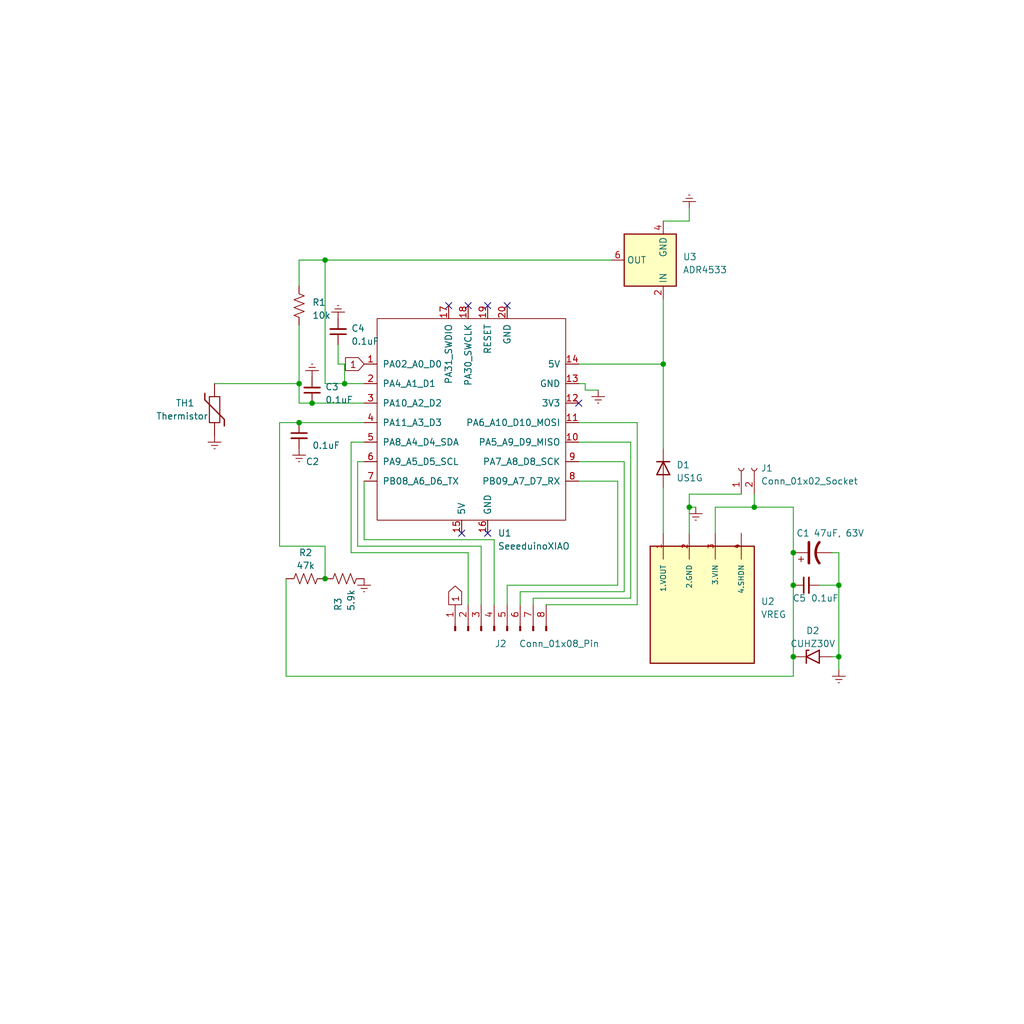
<source format=kicad_sch>
(kicad_sch (version 20230121) (generator eeschema)
  (paper "User" 200 200)
  (title_block (title "BumpyBot Battery Monitor") (date "2023-08-03") (rev "2") (company "HCRL, UT Austin") (comment 1 "By Jacob Tomczeszyn"))
  (lib_symbols
    (symbol "Connector:Conn_01x02_Socket" (pin_names (offset 1.016) hide)
      (property "Reference" "J" (at 0 2.54 0))
      (property "Value" "Conn_01x02_Socket" (at 0 -5.08 0))
      (symbol "Conn_01x02_Socket_1_1"
        (arc (start 0 -2.032) (mid -0.5058 -2.54) (end 0 -3.048) (stroke (width 0.1524)))
        (polyline (pts (xy -1.27 -2.54) (xy -0.508 -2.54)) (stroke (width 0.1524)))
        (polyline (pts (xy -1.27 0) (xy -0.508 0)) (stroke (width 0.1524)))
        (arc (start 0 0.508) (mid -0.5058 0) (end 0 -0.508) (stroke (width 0.1524)))
        (pin passive line (at -5.08 0 0) (length 3.81) (name "Pin_1") (number "1"))
        (pin passive line (at -5.08 -2.54 0) (length 3.81) (name "Pin_2") (number "2"))
      )
    )
    (symbol "Connector:Conn_01x08_Pin" (pin_names (offset 1.016) hide)
      (property "Reference" "J" (at 0 10.16 0))
      (property "Value" "Conn_01x08_Pin" (at 0 -12.7 0))
      (symbol "Conn_01x08_Pin_1_1"
        (polyline (pts (xy 1.27 -10.16) (xy 0.8636 -10.16)) (stroke (width 0.1524)))
        (polyline (pts (xy 1.27 -7.62) (xy 0.8636 -7.62)) (stroke (width 0.1524)))
        (polyline (pts (xy 1.27 -5.08) (xy 0.8636 -5.08)) (stroke (width 0.1524)))
        (polyline (pts (xy 1.27 -2.54) (xy 0.8636 -2.54)) (stroke (width 0.1524)))
        (polyline (pts (xy 1.27 0) (xy 0.8636 0)) (stroke (width 0.1524)))
        (polyline (pts (xy 1.27 2.54) (xy 0.8636 2.54)) (stroke (width 0.1524)))
        (polyline (pts (xy 1.27 5.08) (xy 0.8636 5.08)) (stroke (width 0.1524)))
        (polyline (pts (xy 1.27 7.62) (xy 0.8636 7.62)) (stroke (width 0.1524)))
        (rectangle (start 0.8636 -10.033) (end 0 -10.287) (stroke (width 0.1524)) (fill (type outline)))
        (rectangle (start 0.8636 -7.493) (end 0 -7.747) (stroke (width 0.1524)) (fill (type outline)))
        (rectangle (start 0.8636 -4.953) (end 0 -5.207) (stroke (width 0.1524)) (fill (type outline)))
        (rectangle (start 0.8636 -2.413) (end 0 -2.667) (stroke (width 0.1524)) (fill (type outline)))
        (rectangle (start 0.8636 0.127) (end 0 -0.127) (stroke (width 0.1524)) (fill (type outline)))
        (rectangle (start 0.8636 2.667) (end 0 2.413) (stroke (width 0.1524)) (fill (type outline)))
        (rectangle (start 0.8636 5.207) (end 0 4.953) (stroke (width 0.1524)) (fill (type outline)))
        (rectangle (start 0.8636 7.747) (end 0 7.493) (stroke (width 0.1524)) (fill (type outline)))
        (pin passive line (at 5.08 7.62 180) (length 3.81) (name "Pin_1") (number "1"))
        (pin passive line (at 5.08 5.08 180) (length 3.81) (name "Pin_2") (number "2"))
        (pin passive line (at 5.08 2.54 180) (length 3.81) (name "Pin_3") (number "3"))
        (pin passive line (at 5.08 0 180) (length 3.81) (name "Pin_4") (number "4"))
        (pin passive line (at 5.08 -2.54 180) (length 3.81) (name "Pin_5") (number "5"))
        (pin passive line (at 5.08 -5.08 180) (length 3.81) (name "Pin_6") (number "6"))
        (pin passive line (at 5.08 -7.62 180) (length 3.81) (name "Pin_7") (number "7"))
        (pin passive line (at 5.08 -10.16 180) (length 3.81) (name "Pin_8") (number "8"))
      )
    )
    (symbol "Device:C_Polarized_US" (pin_numbers hide) (pin_names (offset 0.254) hide)
      (property "Reference" "C" (at 0.635 2.54 0))
      (property "Value" "C_Polarized_US" (at 0.635 -2.54 0))
      (symbol "C_Polarized_US_0_1"
        (polyline (pts (xy -2.032 0.762) (xy 2.032 0.762)) (stroke (width 0.508)))
        (polyline (pts (xy -1.778 2.286) (xy -0.762 2.286)))
        (polyline (pts (xy -1.27 1.778) (xy -1.27 2.794)))
        (arc (start 2.032 -1.27) (mid 0 -0.5572) (end -2.032 -1.27) (stroke (width 0.508)))
      )
      (symbol "C_Polarized_US_1_1"
        (pin passive line (at 0 3.81 270) (length 2.794) (name "~") (number "1"))
        (pin passive line (at 0 -3.81 90) (length 3.302) (name "~") (number "2"))
      )
    )
    (symbol "Device:C_Small" (pin_numbers hide) (pin_names (offset 0.254) hide)
      (property "Reference" "C" (at 0.254 1.778 0))
      (property "Value" "C_Small" (at 0.254 -2.032 0))
      (symbol "C_Small_0_1"
        (polyline (pts (xy -1.524 -0.508) (xy 1.524 -0.508)) (stroke (width 0.3302)))
        (polyline (pts (xy -1.524 0.508) (xy 1.524 0.508)) (stroke (width 0.3048)))
      )
      (symbol "C_Small_1_1"
        (pin passive line (at 0 2.54 270) (length 2.032) (name "~") (number "1"))
        (pin passive line (at 0 -2.54 90) (length 2.032) (name "~") (number "2"))
      )
    )
    (symbol "Device:R_US" (pin_numbers hide) (pin_names (offset 0))
      (property "Reference" "R" (at 2.54 0 90))
      (property "Value" "R_US" (at -2.54 0 90))
      (symbol "R_US_0_1"
        (polyline (pts (xy 0 -2.286) (xy 0 -2.54)))
        (polyline (pts (xy 0 2.286) (xy 0 2.54)))
        (polyline (pts (xy 0 -0.762) (xy 1.016 -1.143) (xy 0 -1.524) (xy -1.016 -1.905) (xy 0 -2.286)))
        (polyline (pts (xy 0 0.762) (xy 1.016 0.381) (xy 0 0) (xy -1.016 -0.381) (xy 0 -0.762)))
        (polyline (pts (xy 0 2.286) (xy 1.016 1.905) (xy 0 1.524) (xy -1.016 1.143) (xy 0 0.762)))
      )
      (symbol "R_US_1_1"
        (pin passive line (at 0 3.81 270) (length 1.27) (name "~") (number "1"))
        (pin passive line (at 0 -3.81 90) (length 1.27) (name "~") (number "2"))
      )
    )
    (symbol "Device:Thermistor" (pin_numbers hide) (pin_names (offset 0))
      (property "Reference" "TH" (at 2.54 1.27 90))
      (property "Value" "Thermistor" (at -2.54 0 90))
      (symbol "Thermistor_0_1"
        (rectangle (start -1.016 2.54) (end 1.016 -2.54) (stroke (width 0.2032)))
        (polyline (pts (xy -1.905 3.175) (xy -1.905 1.905) (xy 1.905 -1.905) (xy 1.905 -3.175) (xy 1.905 -3.175)) (stroke (width 0.254)))
      )
      (symbol "Thermistor_1_1"
        (pin passive line (at 0 5.08 270) (length 2.54) (name "~") (number "1"))
        (pin passive line (at 0 -5.08 90) (length 2.54) (name "~") (number "2"))
      )
    )
    (symbol "Diode:SM6T7V5A" (pin_numbers hide) (pin_names (offset 1.016) hide)
      (property "Reference" "D" (at 0 2.54 0))
      (property "Value" "SM6T7V5A" (at 0 -2.54 0))
      (symbol "SM6T7V5A_0_1"
        (polyline (pts (xy -0.762 1.27) (xy -1.27 1.27) (xy -1.27 -1.27)) (stroke (width 0.254)))
        (polyline (pts (xy 1.27 1.27) (xy 1.27 -1.27) (xy -1.27 0) (xy 1.27 1.27)) (stroke (width 0.254)))
      )
      (symbol "SM6T7V5A_1_1"
        (pin passive line (at -3.81 0 0) (length 2.54) (name "A1") (number "1"))
        (pin passive line (at 3.81 0 180) (length 2.54) (name "A2") (number "2"))
      )
    )
    (symbol "Diode:US1G" (pin_numbers hide) (pin_names hide)
      (property "Reference" "D" (at 0 2.54 0))
      (property "Value" "US1G" (at 0 -2.54 0))
      (symbol "US1G_0_1"
        (polyline (pts (xy -1.27 1.27) (xy -1.27 -1.27)) (stroke (width 0.254)))
        (polyline (pts (xy 1.27 0) (xy -1.27 0)))
        (polyline (pts (xy 1.27 1.27) (xy 1.27 -1.27) (xy -1.27 0) (xy 1.27 1.27)) (stroke (width 0.254)))
      )
      (symbol "US1G_1_1"
        (pin passive line (at -3.81 0 0) (length 2.54) (name "K") (number "1"))
        (pin passive line (at 3.81 0 180) (length 2.54) (name "A") (number "2"))
      )
    )
    (symbol "Polulu_D24V5Fx.kicad_sym:VREG" (pin_names (offset 1.016))
      (property "Reference" "U" (at 2.54 2.54 0))
      (property "Value" "VREG" (at 2.54 -2.54 0))
      (symbol "VREG_0_0"
        (rectangle (start -10.16 -10.16) (end 12.7 10.16) (stroke (width 0.254)) (fill (type background)))
        (pin bidirectional line (at -12.7 -7.62 0) (length 5.08) (name "1.VOUT") (number "1"))
        (pin bidirectional line (at -12.7 -2.54 0) (length 5.08) (name "2.GND") (number "2"))
        (pin bidirectional line (at -12.7 2.54 0) (length 5.08) (name "3.VIN") (number "3"))
        (pin bidirectional line (at -12.7 7.62 0) (length 5.08) (name "4.SHDN") (number "4"))
      )
    )
    (symbol "Reference_Voltage:ADR4533"
      (property "Reference" "U3" (at -6.35 -0.635 0))
      (property "Value" "ADR4533" (at -6.35 1.905 0))
      (symbol "ADR4533_0_0"
        (pin no_connect line (at -5.08 0 0) (length 2.54) hide (name "NC") (number "3"))
        (pin no_connect line (at 5.08 2.54 180) (length 2.54) hide (name "NC") (number "7"))
        (pin no_connect line (at 5.08 -2.54 180) (length 2.54) hide (name "NC") (number "8"))
      )
      (symbol "ADR4533_0_1"
        (rectangle (start -5.08 5.08) (end 5.08 -5.08) (stroke (width 0.254)) (fill (type background)))
      )
      (symbol "ADR4533_1_1"
        (pin no_connect line (at -5.08 2.54 0) (length 2.54) hide (name "NC") (number "1"))
        (pin power_in line (at -2.54 7.62 270) (length 2.54) (name "IN") (number "2"))
        (pin power_in line (at -2.54 -7.62 90) (length 2.54) (name "GND") (number "4"))
        (pin no_connect line (at -7.62 -2.54 0) (length 2.54) hide (name "NC") (number "5"))
        (pin power_out line (at 7.62 0 180) (length 2.54) (name "OUT") (number "6"))
      )
    )
    (symbol "Seeeduino XIAO:SeeeduinoXIAO" (pin_names (offset 1.016))
      (property "Reference" "U" (at -19.05 22.86 0))
      (property "Value" "SeeeduinoXIAO" (at -12.7 21.59 0))
      (symbol "SeeeduinoXIAO_0_1"
        (rectangle (start -19.05 20.32) (end 17.78 -19.05))
      )
      (symbol "SeeeduinoXIAO_1_1"
        (pin unspecified line (at -21.59 11.43 0) (length 2.54) (name "PA02_A0_D0") (number "1"))
        (pin unspecified line (at 20.32 -3.81 180) (length 2.54) (name "PA5_A9_D9_MISO") (number "10"))
        (pin unspecified line (at 20.32 0 180) (length 2.54) (name "PA6_A10_D10_MOSI") (number "11"))
        (pin unspecified line (at 20.32 3.81 180) (length 2.54) (name "3V3") (number "12"))
        (pin unspecified line (at 20.32 7.62 180) (length 2.54) (name "GND") (number "13"))
        (pin unspecified line (at 20.32 11.43 180) (length 2.54) (name "5V") (number "14"))
        (pin input line (at -2.54 -21.59 90) (length 2.54) (name "5V") (number "15"))
        (pin input line (at 2.54 -21.59 90) (length 2.54) (name "GND") (number "16"))
        (pin input line (at -5.08 22.86 270) (length 2.54) (name "PA31_SWDIO") (number "17"))
        (pin input line (at -1.27 22.86 270) (length 2.54) (name "PA30_SWCLK") (number "18"))
        (pin input line (at 2.54 22.86 270) (length 2.54) (name "RESET") (number "19"))
        (pin unspecified line (at -21.59 7.62 0) (length 2.54) (name "PA4_A1_D1") (number "2"))
        (pin input line (at 6.35 22.86 270) (length 2.54) (name "GND") (number "20"))
        (pin unspecified line (at -21.59 3.81 0) (length 2.54) (name "PA10_A2_D2") (number "3"))
        (pin unspecified line (at -21.59 0 0) (length 2.54) (name "PA11_A3_D3") (number "4"))
        (pin unspecified line (at -21.59 -3.81 0) (length 2.54) (name "PA8_A4_D4_SDA") (number "5"))
        (pin unspecified line (at -21.59 -7.62 0) (length 2.54) (name "PA9_A5_D5_SCL") (number "6"))
        (pin unspecified line (at -21.59 -11.43 0) (length 2.54) (name "PB08_A6_D6_TX") (number "7"))
        (pin unspecified line (at 20.32 -11.43 180) (length 2.54) (name "PB09_A7_D7_RX") (number "8"))
        (pin unspecified line (at 20.32 -7.62 180) (length 2.54) (name "PA7_A8_D8_SCK") (number "9"))
      )
    )
    (symbol "power:GNDREF" (power) (pin_names (offset 0))
      (property "Value" "GNDREF" (at 0 -3.81 0))
      (symbol "GNDREF_0_1"
        (polyline (pts (xy -0.635 -1.905) (xy 0.635 -1.905)))
        (polyline (pts (xy -0.127 -2.54) (xy 0.127 -2.54)))
        (polyline (pts (xy 0 -1.27) (xy 0 0)))
        (polyline (pts (xy 1.27 -1.27) (xy -1.27 -1.27)))
      )
      (symbol "GNDREF_1_1"
        (pin power_in line (at 0 0 270) (length 0) hide (name "GNDREF") (number "1"))
      )
    )
  )
  (junction (at 154.94 128.27))
  (junction (at 63.5 50.8))
  (junction (at 58.42 82.55))
  (junction (at 63.5 113.03))
  (junction (at 154.94 107.95))
  (junction (at 67.31 74.93))
  (junction (at 163.83 128.27))
  (junction (at 147.32 99.06))
  (junction (at 60.96 78.74))
  (junction (at 129.54 71.12))
  (junction (at 134.62 99.06))
  (junction (at 58.42 74.93))
  (junction (at 163.83 114.3))
  (junction (at 154.94 114.3))
  (no_connect (at 99.06 59.69))
  (no_connect (at 95.25 59.69))
  (no_connect (at 91.44 59.69))
  (no_connect (at 87.63 59.69))
  (no_connect (at 95.25 104.14))
  (no_connect (at 90.17 104.14))
  (no_connect (at 113.03 78.74))
  (wire (pts (xy 93.98 118.11) (xy 93.98 106.68)))
  (wire (pts (xy 68.58 107.95) (xy 68.58 86.36)))
  (wire (pts (xy 113.03 86.36) (xy 123.19 86.36)))
  (wire (pts (xy 67.31 71.12) (xy 67.31 74.93)))
  (wire (pts (xy 58.42 50.8) (xy 63.5 50.8)))
  (wire (pts (xy 120.65 114.3) (xy 99.06 114.3)))
  (wire (pts (xy 154.94 107.95) (xy 154.94 114.3)))
  (wire (pts (xy 66.04 67.31) (xy 66.04 71.12)))
  (wire (pts (xy 134.62 99.06) (xy 134.62 104.14)))
  (wire (pts (xy 66.04 71.12) (xy 67.31 71.12)))
  (wire (pts (xy 63.5 50.8) (xy 119.38 50.8)))
  (wire (pts (xy 91.44 107.95) (xy 68.58 107.95)))
  (wire (pts (xy 120.65 93.98) (xy 120.65 114.3)))
  (wire (pts (xy 63.5 106.68) (xy 63.5 113.03)))
  (wire (pts (xy 58.42 82.55) (xy 71.12 82.55)))
  (wire (pts (xy 54.61 106.68) (xy 63.5 106.68)))
  (wire (pts (xy 154.94 114.3) (xy 154.94 128.27)))
  (wire (pts (xy 163.83 128.27) (xy 163.83 114.3)))
  (wire (pts (xy 162.56 128.27) (xy 163.83 128.27)))
  (wire (pts (xy 58.42 82.55) (xy 54.61 82.55)))
  (wire (pts (xy 129.54 71.12) (xy 129.54 87.63)))
  (wire (pts (xy 54.61 82.55) (xy 54.61 106.68)))
  (wire (pts (xy 67.31 74.93) (xy 71.12 74.93)))
  (wire (pts (xy 113.03 82.55) (xy 124.46 82.55)))
  (wire (pts (xy 99.06 114.3) (xy 99.06 118.11)))
  (wire (pts (xy 124.46 118.11) (xy 106.68 118.11)))
  (wire (pts (xy 134.62 99.06) (xy 135.89 99.06)))
  (wire (pts (xy 160.02 114.3) (xy 163.83 114.3)))
  (wire (pts (xy 41.91 74.93) (xy 58.42 74.93)))
  (wire (pts (xy 55.88 132.08) (xy 154.94 132.08)))
  (wire (pts (xy 147.32 99.06) (xy 154.94 99.06)))
  (wire (pts (xy 134.62 96.52) (xy 134.62 99.06)))
  (wire (pts (xy 124.46 82.55) (xy 124.46 118.11)))
  (wire (pts (xy 163.83 107.95) (xy 162.56 107.95)))
  (wire (pts (xy 147.32 96.52) (xy 147.32 99.06)))
  (wire (pts (xy 129.54 104.14) (xy 129.54 95.25)))
  (wire (pts (xy 121.92 90.17) (xy 121.92 115.57)))
  (wire (pts (xy 63.5 50.8) (xy 63.5 74.93)))
  (wire (pts (xy 113.03 90.17) (xy 121.92 90.17)))
  (wire (pts (xy 113.03 71.12) (xy 129.54 71.12)))
  (wire (pts (xy 96.52 105.41) (xy 96.52 118.11)))
  (wire (pts (xy 121.92 115.57) (xy 101.6 115.57)))
  (wire (pts (xy 139.7 99.06) (xy 147.32 99.06)))
  (wire (pts (xy 60.96 78.74) (xy 71.12 78.74)))
  (wire (pts (xy 58.42 63.5) (xy 58.42 74.93)))
  (wire (pts (xy 104.14 116.84) (xy 104.14 118.11)))
  (wire (pts (xy 58.42 78.74) (xy 58.42 74.93)))
  (wire (pts (xy 123.19 116.84) (xy 104.14 116.84)))
  (wire (pts (xy 134.62 40.64) (xy 134.62 43.18)))
  (wire (pts (xy 154.94 99.06) (xy 154.94 107.95)))
  (wire (pts (xy 163.83 114.3) (xy 163.83 107.95)))
  (wire (pts (xy 91.44 118.11) (xy 91.44 107.95)))
  (wire (pts (xy 68.58 86.36) (xy 71.12 86.36)))
  (wire (pts (xy 69.85 106.68) (xy 69.85 90.17)))
  (wire (pts (xy 139.7 104.14) (xy 139.7 99.06)))
  (wire (pts (xy 114.3 76.2) (xy 114.3 74.93)))
  (wire (pts (xy 114.3 74.93) (xy 113.03 74.93)))
  (wire (pts (xy 71.12 105.41) (xy 96.52 105.41)))
  (wire (pts (xy 144.78 96.52) (xy 134.62 96.52)))
  (wire (pts (xy 129.54 43.18) (xy 134.62 43.18)))
  (wire (pts (xy 123.19 86.36) (xy 123.19 116.84)))
  (wire (pts (xy 154.94 128.27) (xy 154.94 132.08)))
  (wire (pts (xy 67.31 74.93) (xy 63.5 74.93)))
  (wire (pts (xy 113.03 93.98) (xy 120.65 93.98)))
  (wire (pts (xy 71.12 93.98) (xy 71.12 105.41)))
  (wire (pts (xy 163.83 130.81) (xy 163.83 128.27)))
  (wire (pts (xy 55.88 113.03) (xy 55.88 132.08)))
  (wire (pts (xy 114.3 76.2) (xy 116.84 76.2)))
  (wire (pts (xy 93.98 106.68) (xy 69.85 106.68)))
  (wire (pts (xy 69.85 90.17) (xy 71.12 90.17)))
  (wire (pts (xy 101.6 115.57) (xy 101.6 118.11)))
  (wire (pts (xy 58.42 55.88) (xy 58.42 50.8)))
  (wire (pts (xy 58.42 78.74) (xy 60.96 78.74)))
  (wire (pts (xy 129.54 58.42) (xy 129.54 71.12)))
  (global_label "1" (shape input) (at 71.12 71.12 180) (property "Intersheetrefs" "${INTERSHEET_REFS}" (effects hide)))
  (global_label "1" (shape output) (at 88.9 118.11 90) (property "Intersheetrefs" "${INTERSHEET_REFS}" (effects hide)))
  (symbol (lib_id "power:GNDREF") (at 66.04 62.23 180) (unit 1)
    (property "Reference" "#PWR09" (effects hide))
    (property "Value" "GNDREF" (effects hide))
  )
  (symbol (lib_id "power:GNDREF") (at 116.84 76.2 0) (unit 1)
    (property "Reference" "#PWR02" (effects hide))
    (property "Value" "GNDREF" (effects hide))
  )
  (symbol (lib_id "Device:R_US") (at 67.31 113.03 90) (unit 1)
    (property "Reference" "R3" (at 66.04 119.38 0) (effects (justify left)))
    (property "Value" "5.9k" (at 68.58 119.38 0) (effects (justify left)))
    (property "Footprint" "Resistor_THT:R_Axial_DIN0207_L6.3mm_D2.5mm_P7.62mm_Horizontal" (effects hide))
  )
  (symbol (lib_id "Diode:SM6T7V5A") (at 158.75 128.27 0) (unit 1)
    (property "Reference" "D2" (at 158.75 123.19 0))
    (property "Value" "CUHZ30V" (at 158.75 125.73 0))
    (property "Footprint" "Diode_SMD:D_SOD-323_HandSoldering" (effects hide))
    (property "Datasheet" "https://www.st.com/resource/en/datasheet/sm6t.pdf" (effects hide))
  )
  (symbol (lib_id "Connector:Conn_01x02_Socket") (at 144.78 91.44 90) (unit 1)
    (property "Reference" "J1" (at 148.59 91.44 90) (effects (justify right)))
    (property "Value" "Conn_01x02_Socket" (at 148.59 93.98 90) (effects (justify right)))
    (property "Footprint" "Connector_JST:JST_XH_S2B-XH-A_1x02_P2.50mm_Horizontal" (effects hide))
  )
  (symbol (lib_id "Device:C_Small") (at 58.42 85.09 0) (unit 1)
    (property "Reference" "C2" (at 59.69 90.17 0) (effects (justify left)))
    (property "Value" "0.1uF" (at 60.96 87.0013 0) (effects (justify left)))
    (property "Footprint" "Capacitor_SMD:C_0603_1608Metric_Pad1.08x0.95mm_HandSolder" (effects hide))
  )
  (symbol (lib_id "Device:C_Small") (at 157.48 114.3 90) (unit 1)
    (property "Reference" "C5" (at 157.48 116.84 90) (effects (justify left)))
    (property "Value" "0.1uF" (at 163.83 116.84 90) (effects (justify left)))
    (property "Footprint" "Capacitor_SMD:C_0603_1608Metric_Pad1.08x0.95mm_HandSolder" (effects hide))
  )
  (symbol (lib_id "power:GNDREF") (at 134.62 40.64 180) (unit 1)
    (property "Reference" "#PWR08" (effects hide))
    (property "Value" "GNDREF" (effects hide))
  )
  (symbol (lib_id "Reference_Voltage:ADR4533") (at 127 50.8 180) (unit 1)
    (property "Reference" "U3" (at 133.35 50.165 0) (effects (justify right)))
    (property "Value" "ADR4533" (at 133.35 52.705 0) (effects (justify right)))
    (property "Footprint" "Package_SO:SOIC-8_3.9x4.9mm_P1.27mm" (effects hide))
    (property "Datasheet" "https://www.analog.com/media/en/technical-documentation/data-sheets/ADR4520_4525_4530_4533_4540_4550.pdf" (effects hide))
  )
  (symbol (lib_id "power:GNDREF") (at 41.91 85.09 0) (unit 1)
    (property "Reference" "#PWR01" (effects hide))
    (property "Value" "GNDREF" (effects hide))
  )
  (symbol (lib_id "Device:Thermistor") (at 41.91 80.01 180) (unit 1)
    (property "Reference" "TH1" (at 34.29 78.74 0) (effects (justify right)))
    (property "Value" "Thermistor" (at 30.48 81.28 0) (effects (justify right)))
    (property "Footprint" "Connector_JST:JST_XH_S2B-XH-A_1x02_P2.50mm_Horizontal" (effects hide))
  )
  (symbol (lib_id "Device:R_US") (at 59.69 113.03 90) (unit 1)
    (property "Reference" "R2" (at 59.69 107.95 90))
    (property "Value" "47k" (at 59.69 110.49 90))
    (property "Footprint" "Resistor_THT:R_Axial_DIN0411_L9.9mm_D3.6mm_P12.70mm_Horizontal" (effects hide))
  )
  (symbol (lib_id "Device:C_Polarized_US") (at 158.75 107.95 90) (unit 1)
    (property "Reference" "C1" (at 156.845 104.14 90))
    (property "Value" "47uF, 63V" (at 163.83 104.14 90))
    (property "Footprint" "Capacitor_THT:CP_Axial_L10.0mm_D6.0mm_P15.00mm_Horizontal" (effects hide))
  )
  (symbol (lib_id "Diode:US1G") (at 129.54 91.44 270) (unit 1)
    (property "Reference" "D1" (at 132.08 90.805 90) (effects (justify left)))
    (property "Value" "US1G" (at 132.08 93.345 90) (effects (justify left)))
    (property "Footprint" "Diode_SMD:D_SMA_Handsoldering" (effects hide))
    (property "Datasheet" "https://www.diodes.com/assets/Datasheets/ds16008.pdf" (effects hide))
    (property "Sim.Device" "D" (effects hide))
    (property "Sim.Pins" "1=K 2=A" (effects hide))
  )
  (symbol (lib_id "Device:R_US") (at 58.42 59.69 0) (unit 1)
    (property "Reference" "R1" (at 60.96 59.055 0) (effects (justify left)))
    (property "Value" "10k" (at 60.96 61.595 0) (effects (justify left)))
    (property "Footprint" "Resistor_SMD:R_0805_2012Metric_Pad1.20x1.40mm_HandSolder" (effects hide))
  )
  (symbol (lib_id "power:GNDREF") (at 58.42 87.63 0) (unit 1)
    (property "Reference" "#PWR06" (effects hide))
    (property "Value" "GNDREF" (effects hide))
  )
  (symbol (lib_id "power:GNDREF") (at 71.12 113.03 0) (unit 1)
    (property "Reference" "#PWR04" (effects hide))
    (property "Value" "GNDREF" (effects hide))
  )
  (symbol (lib_id "Device:C_Small") (at 66.04 64.77 180) (unit 1)
    (property "Reference" "C4" (at 68.58 64.1286 0) (effects (justify right)))
    (property "Value" "0.1uF" (at 68.58 66.6686 0) (effects (justify right)))
    (property "Footprint" "Capacitor_SMD:C_0603_1608Metric_Pad1.08x0.95mm_HandSolder" (effects hide))
  )
  (symbol (lib_id "power:GNDREF") (at 163.83 130.81 0) (unit 1)
    (property "Reference" "#PWR05" (effects hide))
    (property "Value" "GNDREF" (effects hide))
  )
  (symbol (lib_id "Device:C_Small") (at 60.96 76.2 180) (unit 1)
    (property "Reference" "C3" (at 63.5 75.5586 0) (effects (justify right)))
    (property "Value" "0.1uF" (at 63.5 78.0986 0) (effects (justify right)))
    (property "Footprint" "Capacitor_SMD:C_0603_1608Metric_Pad1.08x0.95mm_HandSolder" (effects hide))
  )
  (symbol (lib_id "power:GNDREF") (at 60.96 73.66 180) (unit 1)
    (property "Reference" "#PWR07" (effects hide))
    (property "Value" "GNDREF" (effects hide))
  )
  (symbol (lib_id "Seeeduino XIAO:SeeeduinoXIAO") (at 92.71 82.55 0) (unit 1)
    (property "Reference" "U1" (at 97.2059 104.14 0) (effects (justify left)))
    (property "Value" "SeeeduinoXIAO" (at 97.2059 106.68 0) (effects (justify left)))
    (property "Footprint" "Seeeduino XIAO KICAD:Seeeduino XIAO-MOUDLE14P-2.54-21X17.8MM" (effects hide))
  )
  (symbol (lib_id "power:GNDREF") (at 135.89 99.06 0) (unit 1)
    (property "Reference" "#PWR03" (effects hide))
    (property "Value" "GNDREF" (effects hide))
  )
  (symbol (lib_id "Connector:Conn_01x08_Pin") (at 96.52 123.19 90) (unit 1)
    (property "Reference" "J2" (at 97.79 125.73 90))
    (property "Value" "Conn_01x08_Pin" (at 109.22 125.73 90))
    (property "Footprint" "Connector_PinHeader_2.54mm:PinHeader_1x08_P2.54mm_Horizontal" (effects hide))
  )
  (symbol (lib_id "Polulu_D24V5Fx.kicad_sym:VREG") (at 137.16 116.84 270) (unit 1)
    (property "Reference" "U2" (at 148.59 117.475 90) (effects (justify left)))
    (property "Value" "VREG" (at 148.59 120.015 90) (effects (justify left)))
    (property "Footprint" "FT-Board:VREG" (effects hide))
  )
)
</source>
